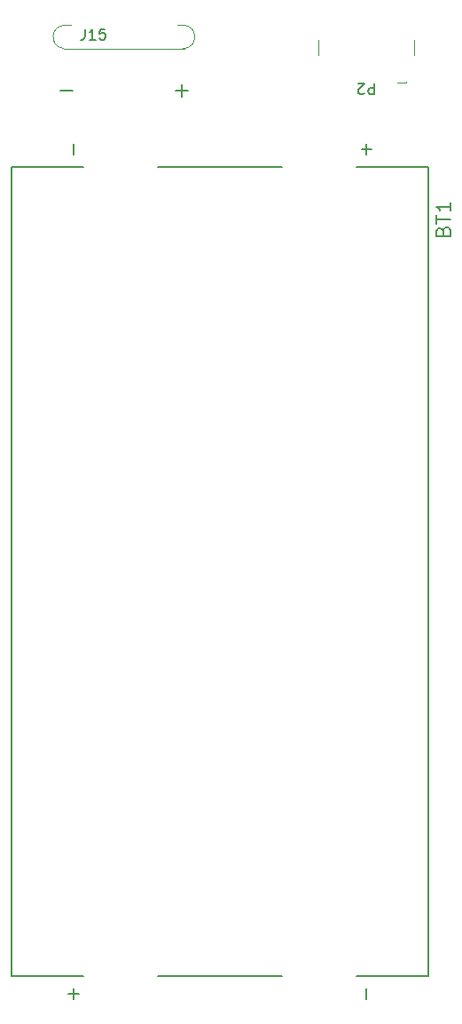
<source format=gbr>
%TF.GenerationSoftware,KiCad,Pcbnew,8.0.3*%
%TF.CreationDate,2024-07-15T22:48:31-04:00*%
%TF.ProjectId,get-a-grip-on-reality,6765742d-612d-4677-9269-702d6f6e2d72,rev?*%
%TF.SameCoordinates,Original*%
%TF.FileFunction,Legend,Top*%
%TF.FilePolarity,Positive*%
%FSLAX46Y46*%
G04 Gerber Fmt 4.6, Leading zero omitted, Abs format (unit mm)*
G04 Created by KiCad (PCBNEW 8.0.3) date 2024-07-15 22:48:31*
%MOMM*%
%LPD*%
G01*
G04 APERTURE LIST*
%ADD10C,0.150000*%
%ADD11C,0.127000*%
%ADD12C,0.120000*%
G04 APERTURE END LIST*
D10*
X94129171Y-40102900D02*
X95272029Y-40102900D01*
X105129171Y-40102900D02*
X106272029Y-40102900D01*
X105700600Y-40674328D02*
X105700600Y-39531471D01*
X130665533Y-53501200D02*
X130732200Y-53301200D01*
X130732200Y-53301200D02*
X130798866Y-53234533D01*
X130798866Y-53234533D02*
X130932200Y-53167866D01*
X130932200Y-53167866D02*
X131132200Y-53167866D01*
X131132200Y-53167866D02*
X131265533Y-53234533D01*
X131265533Y-53234533D02*
X131332200Y-53301200D01*
X131332200Y-53301200D02*
X131398866Y-53434533D01*
X131398866Y-53434533D02*
X131398866Y-53967866D01*
X131398866Y-53967866D02*
X129998866Y-53967866D01*
X129998866Y-53967866D02*
X129998866Y-53501200D01*
X129998866Y-53501200D02*
X130065533Y-53367866D01*
X130065533Y-53367866D02*
X130132200Y-53301200D01*
X130132200Y-53301200D02*
X130265533Y-53234533D01*
X130265533Y-53234533D02*
X130398866Y-53234533D01*
X130398866Y-53234533D02*
X130532200Y-53301200D01*
X130532200Y-53301200D02*
X130598866Y-53367866D01*
X130598866Y-53367866D02*
X130665533Y-53501200D01*
X130665533Y-53501200D02*
X130665533Y-53967866D01*
X129998866Y-52767866D02*
X129998866Y-51967866D01*
X131398866Y-52367866D02*
X129998866Y-52367866D01*
X131398866Y-50767866D02*
X131398866Y-51567866D01*
X131398866Y-51167866D02*
X129998866Y-51167866D01*
X129998866Y-51167866D02*
X130198866Y-51301199D01*
X130198866Y-51301199D02*
X130332200Y-51434533D01*
X130332200Y-51434533D02*
X130398866Y-51567866D01*
X124086094Y-39421180D02*
X124086094Y-40421180D01*
X124086094Y-40421180D02*
X123705142Y-40421180D01*
X123705142Y-40421180D02*
X123609904Y-40373561D01*
X123609904Y-40373561D02*
X123562285Y-40325942D01*
X123562285Y-40325942D02*
X123514666Y-40230704D01*
X123514666Y-40230704D02*
X123514666Y-40087847D01*
X123514666Y-40087847D02*
X123562285Y-39992609D01*
X123562285Y-39992609D02*
X123609904Y-39944990D01*
X123609904Y-39944990D02*
X123705142Y-39897371D01*
X123705142Y-39897371D02*
X124086094Y-39897371D01*
X123133713Y-40325942D02*
X123086094Y-40373561D01*
X123086094Y-40373561D02*
X122990856Y-40421180D01*
X122990856Y-40421180D02*
X122752761Y-40421180D01*
X122752761Y-40421180D02*
X122657523Y-40373561D01*
X122657523Y-40373561D02*
X122609904Y-40325942D01*
X122609904Y-40325942D02*
X122562285Y-40230704D01*
X122562285Y-40230704D02*
X122562285Y-40135466D01*
X122562285Y-40135466D02*
X122609904Y-39992609D01*
X122609904Y-39992609D02*
X123181332Y-39421180D01*
X123181332Y-39421180D02*
X122562285Y-39421180D01*
X96491076Y-34243019D02*
X96491076Y-34957304D01*
X96491076Y-34957304D02*
X96443457Y-35100161D01*
X96443457Y-35100161D02*
X96348219Y-35195400D01*
X96348219Y-35195400D02*
X96205362Y-35243019D01*
X96205362Y-35243019D02*
X96110124Y-35243019D01*
X97491076Y-35243019D02*
X96919648Y-35243019D01*
X97205362Y-35243019D02*
X97205362Y-34243019D01*
X97205362Y-34243019D02*
X97110124Y-34385876D01*
X97110124Y-34385876D02*
X97014886Y-34481114D01*
X97014886Y-34481114D02*
X96919648Y-34528733D01*
X98395838Y-34243019D02*
X97919648Y-34243019D01*
X97919648Y-34243019D02*
X97872029Y-34719209D01*
X97872029Y-34719209D02*
X97919648Y-34671590D01*
X97919648Y-34671590D02*
X98014886Y-34623971D01*
X98014886Y-34623971D02*
X98252981Y-34623971D01*
X98252981Y-34623971D02*
X98348219Y-34671590D01*
X98348219Y-34671590D02*
X98395838Y-34719209D01*
X98395838Y-34719209D02*
X98443457Y-34814447D01*
X98443457Y-34814447D02*
X98443457Y-35052542D01*
X98443457Y-35052542D02*
X98395838Y-35147780D01*
X98395838Y-35147780D02*
X98348219Y-35195400D01*
X98348219Y-35195400D02*
X98252981Y-35243019D01*
X98252981Y-35243019D02*
X98014886Y-35243019D01*
X98014886Y-35243019D02*
X97919648Y-35195400D01*
X97919648Y-35195400D02*
X97872029Y-35147780D01*
X105129171Y-40102900D02*
X106272029Y-40102900D01*
X105700600Y-40674328D02*
X105700600Y-39531471D01*
X94129171Y-40102900D02*
X95272029Y-40102900D01*
D11*
%TO.C,BT1*%
X129260000Y-124486200D02*
X122420000Y-124486200D01*
X129260000Y-47426200D02*
X129260000Y-124486200D01*
X123870000Y-45706200D02*
X122870000Y-45706200D01*
X123370000Y-126706200D02*
X123370000Y-125706200D01*
X123370000Y-45206200D02*
X123370000Y-46206200D01*
X122420000Y-47426200D02*
X129260000Y-47426200D01*
X115320000Y-124486200D02*
X103420000Y-124486200D01*
X115320000Y-47426200D02*
X103420000Y-47426200D01*
X96320000Y-47426200D02*
X89480000Y-47426200D01*
X95370000Y-126706200D02*
X95370000Y-125706200D01*
X95370000Y-45206200D02*
X95370000Y-46206200D01*
X94870000Y-126206200D02*
X95870000Y-126206200D01*
X89480000Y-124486200D02*
X96320000Y-124486200D01*
X89480000Y-47426200D02*
X89480000Y-124486200D01*
D12*
%TO.C,P2*%
X127928000Y-35296000D02*
X127928000Y-36706000D01*
X127108000Y-39376000D02*
X127108000Y-39226000D01*
X126308000Y-39376000D02*
X127108000Y-39376000D01*
X118768000Y-35296000D02*
X118768000Y-36706000D01*
%TO.C,J15*%
X94440600Y-33878200D02*
X95140600Y-33878200D01*
X94440600Y-36098200D02*
X105960600Y-36098200D01*
X105260600Y-33878200D02*
X105960600Y-33878200D01*
X94378871Y-36084835D02*
G75*
G02*
X94550600Y-33878200I171730J1096635D01*
G01*
X105850600Y-33878200D02*
G75*
G02*
X105850600Y-36098200I0J-1110000D01*
G01*
%TD*%
M02*

</source>
